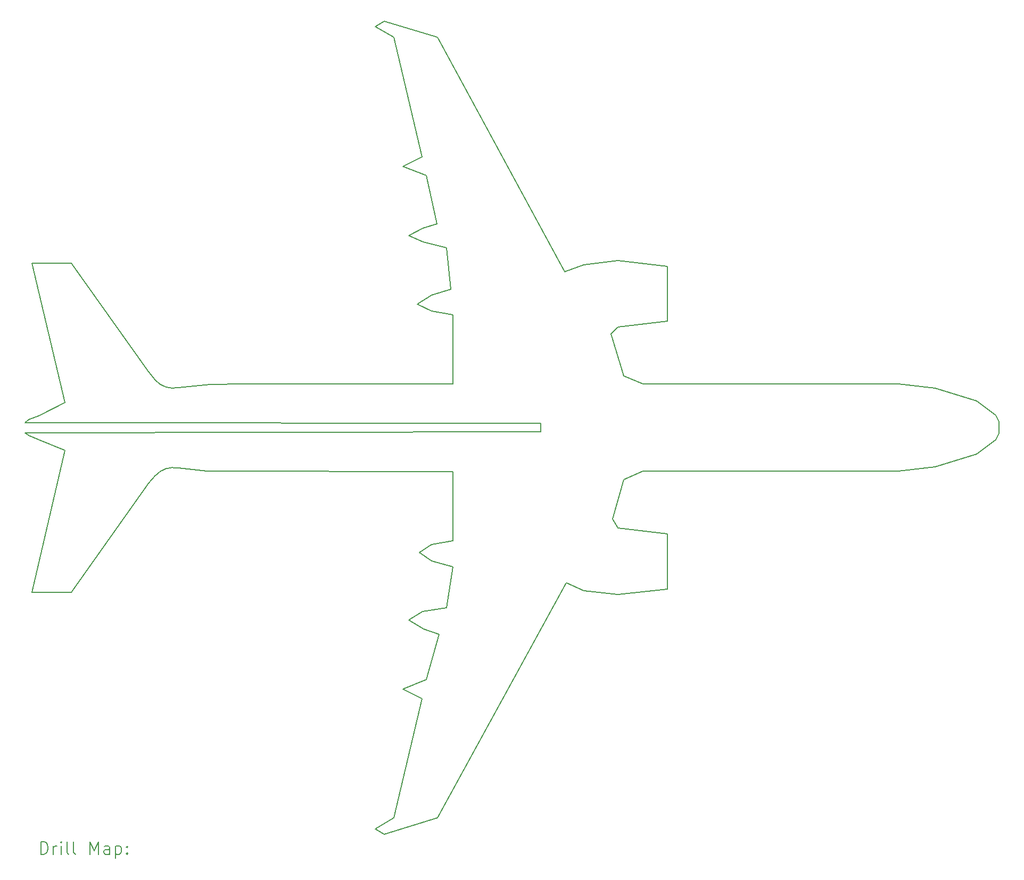
<source format=gbr>
%TF.GenerationSoftware,KiCad,Pcbnew,7.0.10*%
%TF.CreationDate,2024-11-15T17:16:00-05:00*%
%TF.ProjectId,plane,706c616e-652e-46b6-9963-61645f706362,rev?*%
%TF.SameCoordinates,Original*%
%TF.FileFunction,Drillmap*%
%TF.FilePolarity,Positive*%
%FSLAX45Y45*%
G04 Gerber Fmt 4.5, Leading zero omitted, Abs format (unit mm)*
G04 Created by KiCad (PCBNEW 7.0.10) date 2024-11-15 17:16:00*
%MOMM*%
%LPD*%
G01*
G04 APERTURE LIST*
%ADD10C,0.200000*%
G04 APERTURE END LIST*
D10*
X10819882Y-12324055D02*
X10819903Y-12190717D01*
X9002465Y-16273703D02*
X9207722Y-15548977D01*
X9207722Y-15548977D02*
X8955581Y-15466344D01*
X8718504Y-15319628D02*
X8955581Y-15466344D01*
X8943922Y-15187487D02*
X8718504Y-15319628D01*
X9424710Y-14056897D02*
X9086332Y-14117476D01*
X8890000Y-14243999D02*
X9086332Y-14117476D01*
X8890000Y-14243999D02*
X9088212Y-14382941D01*
X9425343Y-14471385D02*
X9088212Y-14382941D01*
X17097157Y-12880245D02*
X16509629Y-12953892D01*
X17757557Y-12677045D02*
X17097157Y-12880245D01*
X18113157Y-12346845D02*
X18062357Y-12448445D01*
X18062357Y-12448445D02*
X17757557Y-12677045D01*
X18110200Y-12166600D02*
X18113157Y-12346845D01*
X11938000Y-10769600D02*
X12052594Y-10657862D01*
X12137883Y-11433857D02*
X11938000Y-10769600D01*
X12839406Y-9691047D02*
X12052594Y-9600974D01*
X12839406Y-9691047D02*
X12839406Y-10565281D01*
X9002465Y-8244788D02*
X9169400Y-9017000D01*
X8949255Y-9084762D02*
X9169400Y-9017000D01*
X9086332Y-10150111D02*
X9392284Y-10059384D01*
X9086332Y-10150111D02*
X9086332Y-10150111D01*
X8855021Y-10294732D02*
X9086332Y-10401015D01*
X8855021Y-10294732D02*
X9086332Y-10150111D01*
X9424710Y-12959291D02*
X5511800Y-12949106D01*
X18059400Y-12065000D02*
X18110200Y-12166600D01*
X17754600Y-11836400D02*
X18059400Y-12065000D01*
X17094200Y-11633200D02*
X17754600Y-11836400D01*
X16509629Y-11564599D02*
X17094200Y-11633200D01*
X8631209Y-16421905D02*
X9002465Y-16273703D01*
X4691697Y-11504315D02*
X4583109Y-11368683D01*
X3251200Y-12623800D02*
X2840232Y-12453294D01*
X4691695Y-11504317D02*
G75*
G03*
X5052560Y-11621402I280255J249117D01*
G01*
X2728726Y-9639693D02*
X3251200Y-11861800D01*
X16469763Y-12954000D02*
X16490957Y-12953994D01*
X16509629Y-12953892D01*
X8718504Y-9198862D02*
X8949255Y-9300703D01*
X5511800Y-12949106D02*
X5054600Y-12903200D01*
X8188468Y-5869520D02*
X8482041Y-6042994D01*
X11201400Y-9779000D02*
X11502740Y-9665673D01*
X12839406Y-10565281D02*
X12052594Y-10657862D01*
X3357337Y-9639693D02*
X4583109Y-11368683D01*
X2728726Y-14878798D02*
X3251200Y-12623800D01*
X9424710Y-10461593D02*
X9086332Y-10401015D01*
X9424710Y-14056897D02*
X9424710Y-12959291D01*
X12839406Y-13953210D02*
X12052594Y-13860629D01*
X8943922Y-15187487D02*
X9322726Y-15126101D01*
X8335255Y-18730080D02*
X9182612Y-18475496D01*
X2728726Y-14878798D02*
X3357337Y-14878798D01*
X3357337Y-14878798D02*
X4583109Y-13149808D01*
X6106164Y-11559200D02*
X5561418Y-11574031D01*
X8932251Y-16570762D02*
X8631209Y-16421905D01*
X9424710Y-10461593D02*
X9424710Y-11559200D01*
X3251200Y-11861800D02*
X2835529Y-12066544D01*
X12839406Y-14827444D02*
X12839406Y-13953210D01*
X8482041Y-18475496D02*
X8932251Y-16570762D01*
X11226800Y-14732000D02*
X11502740Y-14852818D01*
X8949255Y-9084762D02*
X8718504Y-9198862D01*
X2835529Y-12066544D02*
X2675948Y-12133115D01*
X16469763Y-11564491D02*
X16490957Y-11564497D01*
X16509629Y-11564599D01*
X2618178Y-12340709D02*
X10819882Y-12324055D01*
X2728726Y-9639693D02*
X3357337Y-9639693D01*
X4693737Y-13020287D02*
X4583109Y-13149808D01*
X5054600Y-12903202D02*
G75*
G03*
X4693737Y-13020287I-80610J-366198D01*
G01*
X5561418Y-11574031D02*
X5052560Y-11621402D01*
X9392284Y-10059384D02*
X9322726Y-9392390D01*
X11502740Y-14852818D02*
X12052594Y-14917517D01*
X8932251Y-7947729D02*
X8631209Y-8096586D01*
X11502740Y-9665673D02*
X12052594Y-9600974D01*
X8188468Y-5869520D02*
X8335255Y-5788411D01*
X12052594Y-13860629D02*
X11963400Y-13716000D01*
X2674222Y-12384041D02*
X2840232Y-12453294D01*
X12137883Y-11433857D02*
X12446000Y-11564491D01*
X11963400Y-13716000D02*
X12137883Y-13084633D01*
X8188468Y-18648971D02*
X8335255Y-18730080D01*
X9425343Y-14471385D02*
X9322726Y-15126101D01*
X9182612Y-6042994D02*
X11201400Y-9779000D01*
X12052594Y-14917517D02*
X12839406Y-14827444D01*
X2675948Y-12133115D02*
X2616979Y-12178709D01*
X8482041Y-6042994D02*
X8932251Y-7947729D01*
X9182612Y-18475496D02*
X11226800Y-14732000D01*
X12446000Y-11564491D02*
X16469763Y-11564491D01*
X8949255Y-9300703D02*
X9322726Y-9392390D01*
X12446000Y-12954000D02*
X16469763Y-12954000D01*
X8335255Y-5788411D02*
X9182612Y-6042994D01*
X2618178Y-12340709D02*
X2674222Y-12384041D01*
X2616979Y-12178709D02*
X10819903Y-12190717D01*
X12137883Y-13084633D02*
X12446000Y-12954000D01*
X8631209Y-8096586D02*
X9002465Y-8244788D01*
X9424710Y-11559200D02*
X6106164Y-11559200D01*
X8188468Y-18648971D02*
X8482041Y-18475496D01*
X2867755Y-19051564D02*
X2867755Y-18851564D01*
X2867755Y-18851564D02*
X2915374Y-18851564D01*
X2915374Y-18851564D02*
X2943946Y-18861088D01*
X2943946Y-18861088D02*
X2962994Y-18880135D01*
X2962994Y-18880135D02*
X2972517Y-18899183D01*
X2972517Y-18899183D02*
X2982041Y-18937278D01*
X2982041Y-18937278D02*
X2982041Y-18965849D01*
X2982041Y-18965849D02*
X2972517Y-19003945D01*
X2972517Y-19003945D02*
X2962994Y-19022992D01*
X2962994Y-19022992D02*
X2943946Y-19042040D01*
X2943946Y-19042040D02*
X2915374Y-19051564D01*
X2915374Y-19051564D02*
X2867755Y-19051564D01*
X3067755Y-19051564D02*
X3067755Y-18918230D01*
X3067755Y-18956326D02*
X3077279Y-18937278D01*
X3077279Y-18937278D02*
X3086803Y-18927754D01*
X3086803Y-18927754D02*
X3105851Y-18918230D01*
X3105851Y-18918230D02*
X3124898Y-18918230D01*
X3191565Y-19051564D02*
X3191565Y-18918230D01*
X3191565Y-18851564D02*
X3182041Y-18861088D01*
X3182041Y-18861088D02*
X3191565Y-18870611D01*
X3191565Y-18870611D02*
X3201089Y-18861088D01*
X3201089Y-18861088D02*
X3191565Y-18851564D01*
X3191565Y-18851564D02*
X3191565Y-18870611D01*
X3315374Y-19051564D02*
X3296327Y-19042040D01*
X3296327Y-19042040D02*
X3286803Y-19022992D01*
X3286803Y-19022992D02*
X3286803Y-18851564D01*
X3420136Y-19051564D02*
X3401089Y-19042040D01*
X3401089Y-19042040D02*
X3391565Y-19022992D01*
X3391565Y-19022992D02*
X3391565Y-18851564D01*
X3648708Y-19051564D02*
X3648708Y-18851564D01*
X3648708Y-18851564D02*
X3715375Y-18994421D01*
X3715375Y-18994421D02*
X3782041Y-18851564D01*
X3782041Y-18851564D02*
X3782041Y-19051564D01*
X3962994Y-19051564D02*
X3962994Y-18946802D01*
X3962994Y-18946802D02*
X3953470Y-18927754D01*
X3953470Y-18927754D02*
X3934422Y-18918230D01*
X3934422Y-18918230D02*
X3896327Y-18918230D01*
X3896327Y-18918230D02*
X3877279Y-18927754D01*
X3962994Y-19042040D02*
X3943946Y-19051564D01*
X3943946Y-19051564D02*
X3896327Y-19051564D01*
X3896327Y-19051564D02*
X3877279Y-19042040D01*
X3877279Y-19042040D02*
X3867755Y-19022992D01*
X3867755Y-19022992D02*
X3867755Y-19003945D01*
X3867755Y-19003945D02*
X3877279Y-18984897D01*
X3877279Y-18984897D02*
X3896327Y-18975373D01*
X3896327Y-18975373D02*
X3943946Y-18975373D01*
X3943946Y-18975373D02*
X3962994Y-18965849D01*
X4058232Y-18918230D02*
X4058232Y-19118230D01*
X4058232Y-18927754D02*
X4077279Y-18918230D01*
X4077279Y-18918230D02*
X4115375Y-18918230D01*
X4115375Y-18918230D02*
X4134422Y-18927754D01*
X4134422Y-18927754D02*
X4143946Y-18937278D01*
X4143946Y-18937278D02*
X4153470Y-18956326D01*
X4153470Y-18956326D02*
X4153470Y-19013468D01*
X4153470Y-19013468D02*
X4143946Y-19032516D01*
X4143946Y-19032516D02*
X4134422Y-19042040D01*
X4134422Y-19042040D02*
X4115375Y-19051564D01*
X4115375Y-19051564D02*
X4077279Y-19051564D01*
X4077279Y-19051564D02*
X4058232Y-19042040D01*
X4239184Y-19032516D02*
X4248708Y-19042040D01*
X4248708Y-19042040D02*
X4239184Y-19051564D01*
X4239184Y-19051564D02*
X4229660Y-19042040D01*
X4229660Y-19042040D02*
X4239184Y-19032516D01*
X4239184Y-19032516D02*
X4239184Y-19051564D01*
X4239184Y-18927754D02*
X4248708Y-18937278D01*
X4248708Y-18937278D02*
X4239184Y-18946802D01*
X4239184Y-18946802D02*
X4229660Y-18937278D01*
X4229660Y-18937278D02*
X4239184Y-18927754D01*
X4239184Y-18927754D02*
X4239184Y-18946802D01*
M02*

</source>
